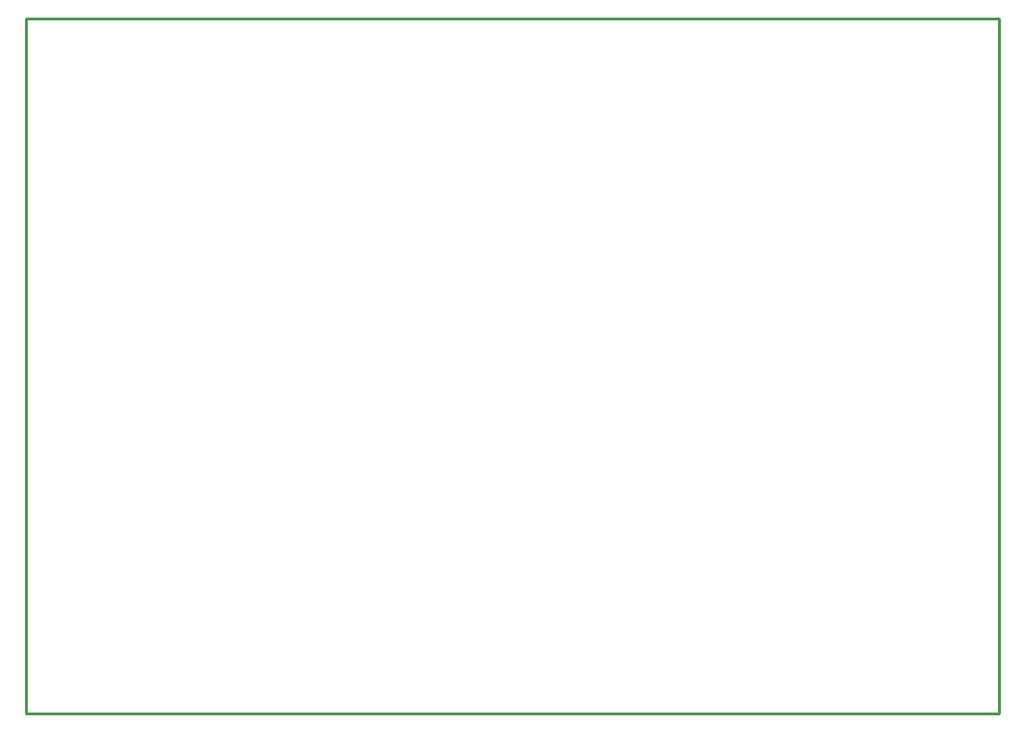
<source format=gko>
*
*
G04 PADS 9.3.1 Build Number: 456998 generated Gerber (RS-274-X) file*
G04 PC Version=2.1*
*
%IN "ShuttleBoxBehavior.pcb"*%
*
%MOIN*%
*
%FSLAX35Y35*%
*
*
*
*
G04 PC Standard Apertures*
*
*
G04 Thermal Relief Aperture macro.*
%AMTER*
1,1,$1,0,0*
1,0,$1-$2,0,0*
21,0,$3,$4,0,0,45*
21,0,$3,$4,0,0,135*
%
*
*
G04 Annular Aperture macro.*
%AMANN*
1,1,$1,0,0*
1,0,$2,0,0*
%
*
*
G04 Odd Aperture macro.*
%AMODD*
1,1,$1,0,0*
1,0,$1-0.005,0,0*
%
*
*
G04 PC Custom Aperture Macros*
*
*
*
*
*
*
G04 PC Aperture Table*
*
%ADD010C,0.001*%
%ADD011C,0.01*%
*
*
*
*
G04 PC Circuitry*
G04 Layer Name ShuttleBoxBehavior.pcb - circuitry*
%LPD*%
*
*
G04 PC Custom Flashes*
G04 Layer Name ShuttleBoxBehavior.pcb - flashes*
%LPD*%
*
*
G04 PC Circuitry*
G04 Layer Name ShuttleBoxBehavior.pcb - circuitry*
%LPD*%
*
G54D10*
G54D11*
G01X500Y500D02*
X350500D01*
Y250500*
X500*
Y500*
X0Y0D02*
M02*

</source>
